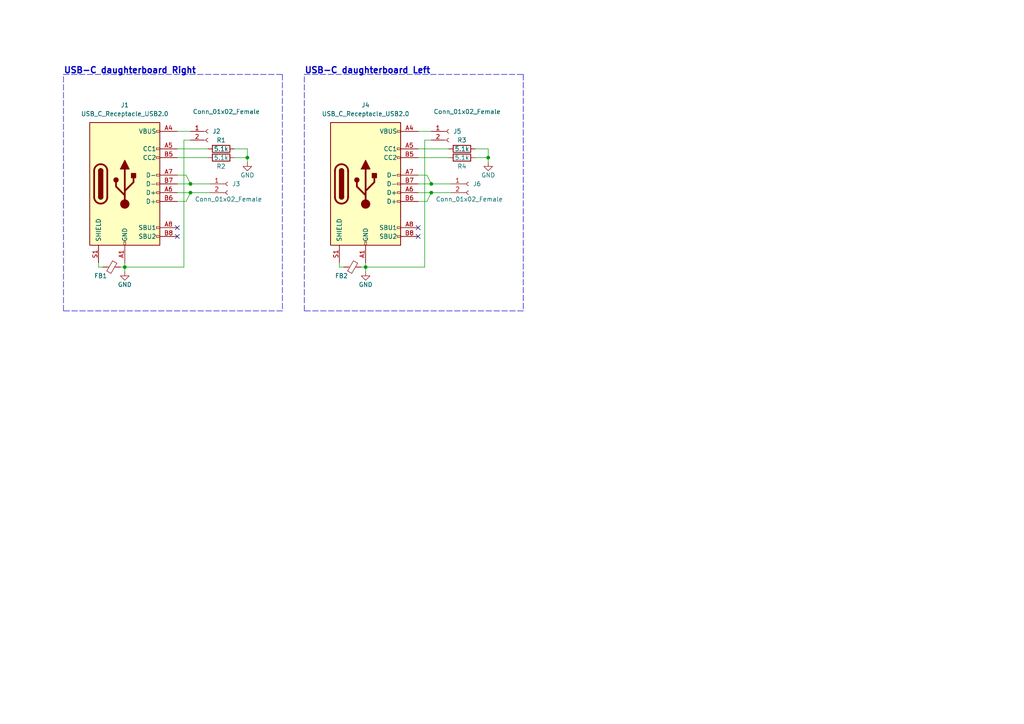
<source format=kicad_sch>
(kicad_sch (version 20211123) (generator eeschema)
  (paper "A4")
  (lib_symbols
    (symbol "Connector:Conn_01x02_Female" (pin_names (offset 1.016) hide)
      (property "Reference" "J" (at 0 2.54 0))
      (property "Value" "Conn_01x02_Female" (at 0 -5.08 0))
      (symbol "Conn_01x02_Female_1_1"
        (arc (start 0 -2.032) (mid -0.508 -2.54) (end 0 -3.048) (stroke (width 0.1524)))
        (polyline (pts (xy -1.27 -2.54) (xy -0.508 -2.54)) (stroke (width 0.1524)))
        (polyline (pts (xy -1.27 0) (xy -0.508 0)) (stroke (width 0.1524)))
        (arc (start 0 0.508) (mid -0.508 0) (end 0 -0.508) (stroke (width 0.1524)))
        (pin passive line (at -5.08 0 0) (length 3.81) (name "Pin_1") (number "1"))
        (pin passive line (at -5.08 -2.54 0) (length 3.81) (name "Pin_2") (number "2"))
      )
    )
    (symbol "Connector:USB_C_Receptacle_USB2.0" (pin_names (offset 1.016))
      (property "Reference" "J" (at -10.16 19.05 0))
      (property "Value" "USB_C_Receptacle_USB2.0" (at 19.05 19.05 0))
      (symbol "USB_C_Receptacle_USB2.0_0_0"
        (rectangle (start -0.254 -17.78) (end 0.254 -16.764))
        (rectangle (start 10.16 -14.986) (end 9.144 -15.494))
        (rectangle (start 10.16 -12.446) (end 9.144 -12.954))
        (rectangle (start 10.16 -4.826) (end 9.144 -5.334))
        (rectangle (start 10.16 -2.286) (end 9.144 -2.794))
        (rectangle (start 10.16 0.254) (end 9.144 -0.254))
        (rectangle (start 10.16 2.794) (end 9.144 2.286))
        (rectangle (start 10.16 7.874) (end 9.144 7.366))
        (rectangle (start 10.16 10.414) (end 9.144 9.906))
        (rectangle (start 10.16 15.494) (end 9.144 14.986))
      )
      (symbol "USB_C_Receptacle_USB2.0_0_1"
        (rectangle (start -10.16 17.78) (end 10.16 -17.78) (stroke (width 0.254)) (fill (type background)))
        (arc (start -8.89 -3.81) (mid -6.985 -5.715) (end -5.08 -3.81) (stroke (width 0.508)))
        (arc (start -7.62 -3.81) (mid -6.985 -4.445) (end -6.35 -3.81) (stroke (width 0.254)))
        (arc (start -7.62 -3.81) (mid -6.985 -4.445) (end -6.35 -3.81) (stroke (width 0.254)) (fill (type outline)))
        (rectangle (start -7.62 -3.81) (end -6.35 3.81) (stroke (width 0.254)) (fill (type outline)))
        (arc (start -6.35 3.81) (mid -6.985 4.445) (end -7.62 3.81) (stroke (width 0.254)))
        (arc (start -6.35 3.81) (mid -6.985 4.445) (end -7.62 3.81) (stroke (width 0.254)) (fill (type outline)))
        (arc (start -5.08 3.81) (mid -6.985 5.715) (end -8.89 3.81) (stroke (width 0.508)))
        (circle (center -2.54 1.143) (radius 0.635) (stroke (width 0.254)) (fill (type outline)))
        (circle (center 0 -5.842) (radius 1.27) (fill (type outline)))
        (polyline (pts (xy -8.89 -3.81) (xy -8.89 3.81)) (stroke (width 0.508)))
        (polyline (pts (xy -5.08 3.81) (xy -5.08 -3.81)) (stroke (width 0.508)))
        (polyline (pts (xy 0 -5.842) (xy 0 4.318)) (stroke (width 0.508)))
        (polyline (pts (xy 0 -3.302) (xy -2.54 -0.762) (xy -2.54 0.508)) (stroke (width 0.508)))
        (polyline (pts (xy 0 -2.032) (xy 2.54 0.508) (xy 2.54 1.778)) (stroke (width 0.508)))
        (polyline (pts (xy -1.27 4.318) (xy 0 6.858) (xy 1.27 4.318) (xy -1.27 4.318)) (stroke (width 0.254)) (fill (type outline)))
        (rectangle (start 1.905 1.778) (end 3.175 3.048) (stroke (width 0.254)) (fill (type outline)))
      )
      (symbol "USB_C_Receptacle_USB2.0_1_1"
        (pin passive line (at 0 -22.86 90) (length 5.08) (name "GND") (number "A1"))
        (pin passive line (at 0 -22.86 90) (length 5.08) hide (name "GND") (number "A12"))
        (pin passive line (at 15.24 15.24 180) (length 5.08) (name "VBUS") (number "A4"))
        (pin bidirectional line (at 15.24 10.16 180) (length 5.08) (name "CC1") (number "A5"))
        (pin bidirectional line (at 15.24 -2.54 180) (length 5.08) (name "D+") (number "A6"))
        (pin bidirectional line (at 15.24 2.54 180) (length 5.08) (name "D-") (number "A7"))
        (pin bidirectional line (at 15.24 -12.7 180) (length 5.08) (name "SBU1") (number "A8"))
        (pin passive line (at 15.24 15.24 180) (length 5.08) hide (name "VBUS") (number "A9"))
        (pin passive line (at 0 -22.86 90) (length 5.08) hide (name "GND") (number "B1"))
        (pin passive line (at 0 -22.86 90) (length 5.08) hide (name "GND") (number "B12"))
        (pin passive line (at 15.24 15.24 180) (length 5.08) hide (name "VBUS") (number "B4"))
        (pin bidirectional line (at 15.24 7.62 180) (length 5.08) (name "CC2") (number "B5"))
        (pin bidirectional line (at 15.24 -5.08 180) (length 5.08) (name "D+") (number "B6"))
        (pin bidirectional line (at 15.24 0 180) (length 5.08) (name "D-") (number "B7"))
        (pin bidirectional line (at 15.24 -15.24 180) (length 5.08) (name "SBU2") (number "B8"))
        (pin passive line (at 15.24 15.24 180) (length 5.08) hide (name "VBUS") (number "B9"))
        (pin passive line (at -7.62 -22.86 90) (length 5.08) (name "SHIELD") (number "S1"))
      )
    )
    (symbol "Device:FerriteBead_Small" (pin_numbers hide) (pin_names (offset 0))
      (property "Reference" "FB" (at 1.905 1.27 0))
      (property "Value" "FerriteBead_Small" (at 1.905 -1.27 0))
      (symbol "FerriteBead_Small_0_1"
        (polyline (pts (xy 0 -1.27) (xy 0 -0.7874)))
        (polyline (pts (xy 0 0.889) (xy 0 1.2954)))
        (polyline (pts (xy -1.8288 0.2794) (xy -1.1176 1.4986) (xy 1.8288 -0.2032) (xy 1.1176 -1.4224) (xy -1.8288 0.2794)))
      )
      (symbol "FerriteBead_Small_1_1"
        (pin passive line (at 0 2.54 270) (length 1.27) (name "~") (number "1"))
        (pin passive line (at 0 -2.54 90) (length 1.27) (name "~") (number "2"))
      )
    )
    (symbol "Device:R" (pin_numbers hide) (pin_names (offset 0))
      (property "Reference" "R" (at 2.032 0 90))
      (property "Value" "R" (at 0 0 90))
      (symbol "R_0_1"
        (rectangle (start -1.016 -2.54) (end 1.016 2.54) (stroke (width 0.254)))
      )
      (symbol "R_1_1"
        (pin passive line (at 0 3.81 270) (length 1.27) (name "~") (number "1"))
        (pin passive line (at 0 -3.81 90) (length 1.27) (name "~") (number "2"))
      )
    )
    (symbol "power:GND" (power) (pin_names (offset 0))
      (property "Value" "GND" (at 0 -3.81 0))
      (symbol "GND_0_1"
        (polyline (pts (xy 0 0) (xy 0 -1.27) (xy 1.27 -1.27) (xy 0 -2.54) (xy -1.27 -1.27) (xy 0 -1.27)))
      )
      (symbol "GND_1_1"
        (pin power_in line (at 0 0 270) (length 0) hide (name "GND") (number "1"))
      )
    )
  )
  (junction (at 125.095 53.34))
  (junction (at 55.245 53.34))
  (junction (at 55.245 55.88))
  (junction (at 36.195 77.47))
  (junction (at 141.605 45.72))
  (junction (at 106.045 77.47))
  (junction (at 125.095 55.88))
  (junction (at 71.755 45.72))
  (no_connect (at 51.435 68.58))
  (no_connect (at 121.285 68.58))
  (no_connect (at 121.285 66.04))
  (no_connect (at 51.435 66.04))
  (wire (pts (xy 67.945 45.72) (xy 71.755 45.72)))
  (wire (pts (xy 106.045 77.47) (xy 106.045 78.74)))
  (wire (pts (xy 55.245 55.88) (xy 60.96 55.88)))
  (wire (pts (xy 125.095 40.64) (xy 123.19 40.64)))
  (wire (pts (xy 51.435 45.72) (xy 60.325 45.72)))
  (polyline (pts (xy 18.415 90.17) (xy 18.415 21.59)))
  (wire (pts (xy 53.975 58.42) (xy 51.435 58.42)))
  (polyline (pts (xy 151.765 21.59) (xy 151.765 90.17)))
  (wire (pts (xy 125.095 55.88) (xy 123.825 58.42)))
  (wire (pts (xy 55.245 40.64) (xy 53.34 40.64)))
  (wire (pts (xy 51.435 43.18) (xy 60.325 43.18)))
  (wire (pts (xy 121.285 38.1) (xy 125.095 38.1)))
  (wire (pts (xy 34.925 77.47) (xy 36.195 77.47)))
  (polyline (pts (xy 81.915 90.17) (xy 18.415 90.17)))
  (polyline (pts (xy 88.265 21.59) (xy 151.765 21.59)))
  (polyline (pts (xy 151.765 90.17) (xy 88.265 90.17)))
  (polyline (pts (xy 18.415 21.59) (xy 81.915 21.59)))
  (wire (pts (xy 125.095 53.34) (xy 121.285 53.34)))
  (wire (pts (xy 71.755 45.72) (xy 71.755 46.99)))
  (wire (pts (xy 121.285 50.8) (xy 123.825 50.8)))
  (wire (pts (xy 55.245 53.34) (xy 51.435 53.34)))
  (wire (pts (xy 104.775 77.47) (xy 106.045 77.47)))
  (wire (pts (xy 55.245 55.88) (xy 53.975 58.42)))
  (wire (pts (xy 53.975 50.8) (xy 55.245 53.34)))
  (wire (pts (xy 125.095 53.34) (xy 130.81 53.34)))
  (wire (pts (xy 36.195 77.47) (xy 36.195 78.74)))
  (wire (pts (xy 53.34 40.64) (xy 53.34 77.47)))
  (wire (pts (xy 123.19 77.47) (xy 106.045 77.47)))
  (wire (pts (xy 71.755 43.18) (xy 71.755 45.72)))
  (wire (pts (xy 98.425 76.2) (xy 98.425 77.47)))
  (wire (pts (xy 51.435 50.8) (xy 53.975 50.8)))
  (wire (pts (xy 98.425 77.47) (xy 99.695 77.47)))
  (wire (pts (xy 106.045 76.2) (xy 106.045 77.47)))
  (wire (pts (xy 141.605 45.72) (xy 141.605 46.99)))
  (wire (pts (xy 121.285 55.88) (xy 125.095 55.88)))
  (wire (pts (xy 51.435 38.1) (xy 55.245 38.1)))
  (wire (pts (xy 51.435 55.88) (xy 55.245 55.88)))
  (wire (pts (xy 141.605 43.18) (xy 141.605 45.72)))
  (wire (pts (xy 28.575 76.2) (xy 28.575 77.47)))
  (wire (pts (xy 53.34 77.47) (xy 36.195 77.47)))
  (wire (pts (xy 55.245 53.34) (xy 60.96 53.34)))
  (wire (pts (xy 67.945 43.18) (xy 71.755 43.18)))
  (wire (pts (xy 123.825 50.8) (xy 125.095 53.34)))
  (wire (pts (xy 125.095 55.88) (xy 130.81 55.88)))
  (polyline (pts (xy 81.915 21.59) (xy 81.915 90.17)))
  (wire (pts (xy 123.19 40.64) (xy 123.19 77.47)))
  (wire (pts (xy 121.285 45.72) (xy 130.175 45.72)))
  (wire (pts (xy 137.795 45.72) (xy 141.605 45.72)))
  (polyline (pts (xy 88.265 90.17) (xy 88.265 21.59)))
  (wire (pts (xy 28.575 77.47) (xy 29.845 77.47)))
  (wire (pts (xy 123.825 58.42) (xy 121.285 58.42)))
  (wire (pts (xy 137.795 43.18) (xy 141.605 43.18)))
  (wire (pts (xy 121.285 43.18) (xy 130.175 43.18)))
  (wire (pts (xy 36.195 76.2) (xy 36.195 77.47)))
  (text "USB-C daughterboard Left" (at 88.265 21.59 0) (effects (font (size 1.778 1.778) (thickness 0.3556) bold) (justify left bottom)))
  (text "USB-C daughterboard Right" (at 18.415 21.59 0) (effects (font (size 1.778 1.778) (thickness 0.3556) bold) (justify left bottom)))
  (symbol (lib_id "Connector:Conn_01x02_Female") (at 66.04 53.34 0) (unit 1)
    (property "Reference" "J3" (at 67.31 53.3399 0) (effects (justify left)))
    (property "Value" "Conn_01x02_Female" (at 56.515 57.785 0) (effects (justify left)))
    (property "Footprint" "Library:PinHeader_1x02_P2.54mm_Vertical" (effects hide))
  )
  (symbol (lib_id "power:GND") (at 106.045 78.74 0) (unit 1)
    (property "Reference" "#PWR03" (effects hide))
    (property "Value" "GND" (at 106.045 82.55 0))
  )
  (symbol (lib_id "Device:FerriteBead_Small") (at 32.385 77.47 270) (unit 1)
    (property "Reference" "FB1" (at 27.305 80.01 90) (effects (justify left)))
    (property "Value" "FerriteBead_Small" (effects hide))
    (property "Footprint" "Inductor_SMD:L_0603_1608Metric" (effects hide))
    (property "LCSC" "C98288" (effects hide))
  )
  (symbol (lib_id "Connector:Conn_01x02_Female") (at 60.325 38.1 0) (unit 1)
    (property "Reference" "J2" (at 61.595 38.0999 0) (effects (justify left)))
    (property "Value" "Conn_01x02_Female" (at 55.88 32.385 0) (effects (justify left)))
    (property "Footprint" "Library:PinHeader_1x02_P2.54mm_Vertical" (effects hide))
  )
  (symbol (lib_id "Connector:Conn_01x02_Female") (at 135.89 53.34 0) (unit 1)
    (property "Reference" "J6" (at 137.16 53.3399 0) (effects (justify left)))
    (property "Value" "Conn_01x02_Female" (at 126.365 57.785 0) (effects (justify left)))
    (property "Footprint" "Library:PinHeader_1x02_P2.54mm_Vertical" (effects hide))
  )
  (symbol (lib_id "power:GND") (at 71.755 46.99 0) (unit 1)
    (property "Reference" "#PWR02" (effects hide))
    (property "Value" "GND" (at 71.755 50.8 0))
  )
  (symbol (lib_id "power:GND") (at 141.605 46.99 0) (unit 1)
    (property "Reference" "#PWR04" (effects hide))
    (property "Value" "GND" (at 141.605 50.8 0))
  )
  (symbol (lib_id "Device:R") (at 64.135 43.18 90) (unit 1)
    (property "Reference" "R1" (at 64.135 40.64 90))
    (property "Value" "5.1k" (at 64.135 43.18 90))
    (property "Footprint" "Resistor_SMD:R_0402_1005Metric" (effects hide))
    (property "LCSC" "C25905" (effects hide))
  )
  (symbol (lib_id "Device:FerriteBead_Small") (at 102.235 77.47 270) (unit 1)
    (property "Reference" "FB2" (at 97.155 80.01 90) (effects (justify left)))
    (property "Value" "FerriteBead_Small" (effects hide))
    (property "Footprint" "Inductor_SMD:L_0603_1608Metric" (effects hide))
    (property "LCSC" "C98288" (effects hide))
  )
  (symbol (lib_id "Device:R") (at 64.135 45.72 90) (unit 1)
    (property "Reference" "R2" (at 64.135 48.26 90))
    (property "Value" "5.1k" (at 64.135 45.72 90))
    (property "Footprint" "Resistor_SMD:R_0402_1005Metric" (effects hide))
    (property "LCSC" "C25905" (effects hide))
  )
  (symbol (lib_id "Device:R") (at 133.985 45.72 90) (unit 1)
    (property "Reference" "R4" (at 133.985 48.26 90))
    (property "Value" "5.1k" (at 133.985 45.72 90))
    (property "Footprint" "Resistor_SMD:R_0402_1005Metric" (effects hide))
    (property "LCSC" "C25905" (effects hide))
  )
  (symbol (lib_id "Device:R") (at 133.985 43.18 90) (unit 1)
    (property "Reference" "R3" (at 133.985 40.64 90))
    (property "Value" "5.1k" (at 133.985 43.18 90))
    (property "Footprint" "Resistor_SMD:R_0402_1005Metric" (effects hide))
    (property "LCSC" "C25905" (effects hide))
  )
  (symbol (lib_id "power:GND") (at 36.195 78.74 0) (unit 1)
    (property "Reference" "#PWR01" (effects hide))
    (property "Value" "GND" (at 36.195 82.55 0))
  )
  (symbol (lib_id "Connector:USB_C_Receptacle_USB2.0") (at 106.045 53.34 0) (unit 1)
    (property "Reference" "J4" (at 106.045 30.48 0))
    (property "Value" "USB_C_Receptacle_USB2.0" (at 106.045 33.02 0))
    (property "Footprint" "0xLib_USB_Type-C:USB_C_Receptacle_HRO_TYPE-C-31-M-14" (effects hide))
    (property "Datasheet" "https://www.usb.org/sites/default/files/documents/usb_type-c.zip" (effects hide))
    (property "LCSC" "C223907" (effects hide))
  )
  (symbol (lib_id "Connector:Conn_01x02_Female") (at 130.175 38.1 0) (unit 1)
    (property "Reference" "J5" (at 131.445 38.0999 0) (effects (justify left)))
    (property "Value" "Conn_01x02_Female" (at 125.73 32.385 0) (effects (justify left)))
    (property "Footprint" "Library:PinHeader_1x02_P2.54mm_Vertical" (effects hide))
  )
  (symbol (lib_id "Connector:USB_C_Receptacle_USB2.0") (at 36.195 53.34 0) (unit 1)
    (property "Reference" "J1" (at 36.195 30.48 0))
    (property "Value" "USB_C_Receptacle_USB2.0" (at 36.195 33.02 0))
    (property "Footprint" "0xLib_USB_Type-C:USB_C_Receptacle_HRO_TYPE-C-31-M-14" (effects hide))
    (property "Datasheet" "https://www.usb.org/sites/default/files/documents/usb_type-c.zip" (effects hide))
    (property "LCSC" "C223907" (effects hide))
  )
)
</source>
